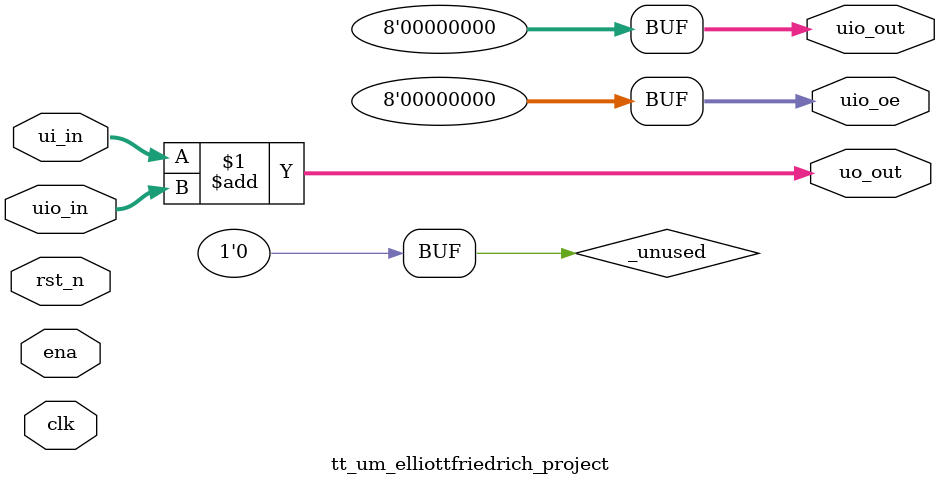
<source format=v>
/*
 * Copyright (c) 2024 Elliott Friedrich
 * SPDX-License-Identifier: Apache-2.0
 */

`default_nettype none

module tt_um_elliottfriedrich_project (
    input  wire [7:0] ui_in,    // Dedicated inputs
    output wire [7:0] uo_out,   // Dedicated outputs
    input  wire [7:0] uio_in,   // IOs: Input path
    output wire [7:0] uio_out,  // IOs: Output path
    output wire [7:0] uio_oe,   // IOs: Enable path (active high: 0=input, 1=output)
    input  wire       ena,      // always 1 when the design is powered, so you can ignore it
    input  wire       clk,      // clock
    input  wire       rst_n     // reset_n - low to reset
);

  // All output pins must be assigned. If not used, assign to 0.
  assign uo_out  = ui_in + uio_in;  // Example: ou_out is the sum of ui_in and uio_in
  assign uio_out = 0;
  assign uio_oe  = 0;

  // List all unused inputs to prevent warnings
  wire _unused = &{ena, clk, rst_n, 1'b0};

endmodule

</source>
